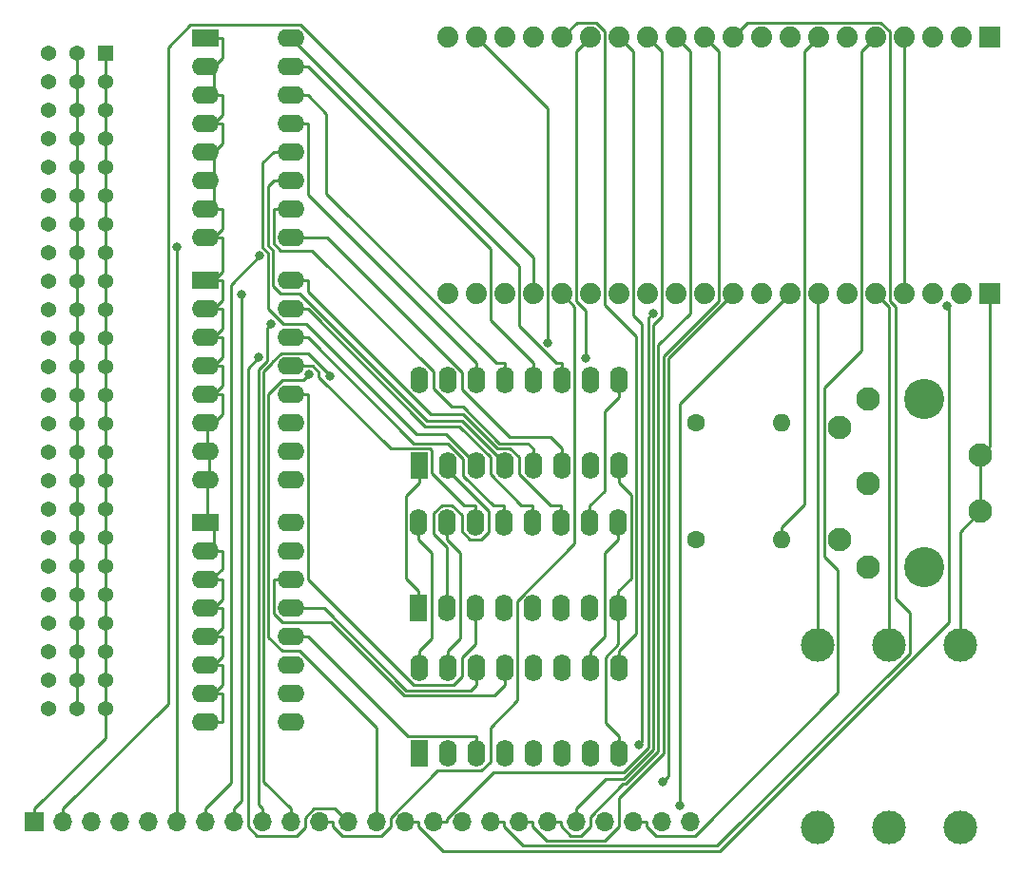
<source format=gbr>
%TF.GenerationSoftware,KiCad,Pcbnew,(6.0.10-0)*%
%TF.CreationDate,2023-11-17T22:41:49+01:00*%
%TF.ProjectId,JazzHands-v0.2,4a617a7a-4861-46e6-9473-2d76302e322e,rev?*%
%TF.SameCoordinates,Original*%
%TF.FileFunction,Copper,L2,Bot*%
%TF.FilePolarity,Positive*%
%FSLAX46Y46*%
G04 Gerber Fmt 4.6, Leading zero omitted, Abs format (unit mm)*
G04 Created by KiCad (PCBNEW (6.0.10-0)) date 2023-11-17 22:41:49*
%MOMM*%
%LPD*%
G01*
G04 APERTURE LIST*
%TA.AperFunction,ComponentPad*%
%ADD10R,1.370000X1.370000*%
%TD*%
%TA.AperFunction,ComponentPad*%
%ADD11C,1.370000*%
%TD*%
%TA.AperFunction,ComponentPad*%
%ADD12R,2.400000X1.600000*%
%TD*%
%TA.AperFunction,ComponentPad*%
%ADD13O,2.400000X1.600000*%
%TD*%
%TA.AperFunction,ComponentPad*%
%ADD14C,1.600000*%
%TD*%
%TA.AperFunction,ComponentPad*%
%ADD15O,1.600000X1.600000*%
%TD*%
%TA.AperFunction,ComponentPad*%
%ADD16C,3.000000*%
%TD*%
%TA.AperFunction,ComponentPad*%
%ADD17R,1.600000X2.400000*%
%TD*%
%TA.AperFunction,ComponentPad*%
%ADD18O,1.600000X2.400000*%
%TD*%
%TA.AperFunction,ComponentPad*%
%ADD19C,2.100000*%
%TD*%
%TA.AperFunction,ComponentPad*%
%ADD20C,3.585000*%
%TD*%
%TA.AperFunction,ComponentPad*%
%ADD21R,1.879600X1.879600*%
%TD*%
%TA.AperFunction,ComponentPad*%
%ADD22C,1.879600*%
%TD*%
%TA.AperFunction,ComponentPad*%
%ADD23R,1.700000X1.700000*%
%TD*%
%TA.AperFunction,ComponentPad*%
%ADD24O,1.700000X1.700000*%
%TD*%
%TA.AperFunction,ViaPad*%
%ADD25C,0.800000*%
%TD*%
%TA.AperFunction,Conductor*%
%ADD26C,0.250000*%
%TD*%
G04 APERTURE END LIST*
D10*
%TO.P,J1,01,01*%
%TO.N,Net-(B1-Pad5)*%
X148580000Y-53370000D03*
D11*
%TO.P,J1,02,02*%
%TO.N,Earth*%
X146040000Y-53370000D03*
%TO.P,J1,03,03*%
%TO.N,Net-(J1-Pad03)*%
X143500000Y-53370000D03*
%TO.P,J1,04,04*%
%TO.N,Net-(B1-Pad5)*%
X148580000Y-55910000D03*
%TO.P,J1,05,05*%
%TO.N,Earth*%
X146040000Y-55910000D03*
%TO.P,J1,06,06*%
%TO.N,Net-(J1-Pad06)*%
X143500000Y-55910000D03*
%TO.P,J1,07,07*%
%TO.N,Net-(B1-Pad5)*%
X148580000Y-58450000D03*
%TO.P,J1,08,08*%
%TO.N,Earth*%
X146040000Y-58450000D03*
%TO.P,J1,09,09*%
%TO.N,Net-(J1-Pad09)*%
X143500000Y-58450000D03*
%TO.P,J1,10,10*%
%TO.N,Net-(B1-Pad5)*%
X148580000Y-60990000D03*
%TO.P,J1,11,11*%
%TO.N,Earth*%
X146040000Y-60990000D03*
%TO.P,J1,12,12*%
%TO.N,Net-(J1-Pad12)*%
X143500000Y-60990000D03*
%TO.P,J1,13,13*%
%TO.N,Net-(B1-Pad5)*%
X148580000Y-63530000D03*
%TO.P,J1,14,14*%
%TO.N,Earth*%
X146040000Y-63530000D03*
%TO.P,J1,15,15*%
%TO.N,Net-(J1-Pad15)*%
X143500000Y-63530000D03*
%TO.P,J1,16,16*%
%TO.N,Net-(B1-Pad5)*%
X148580000Y-66070000D03*
%TO.P,J1,17,17*%
%TO.N,Earth*%
X146040000Y-66070000D03*
%TO.P,J1,18,18*%
%TO.N,Net-(J1-Pad18)*%
X143500000Y-66070000D03*
%TO.P,J1,19,19*%
%TO.N,Net-(B1-Pad5)*%
X148580000Y-68610000D03*
%TO.P,J1,20,20*%
%TO.N,Earth*%
X146040000Y-68610000D03*
%TO.P,J1,21,21*%
%TO.N,Net-(J1-Pad21)*%
X143500000Y-68610000D03*
%TO.P,J1,22,22*%
%TO.N,Net-(B1-Pad5)*%
X148580000Y-71150000D03*
%TO.P,J1,23,23*%
%TO.N,Earth*%
X146040000Y-71150000D03*
%TO.P,J1,24,24*%
%TO.N,Net-(J1-Pad24)*%
X143500000Y-71150000D03*
%TO.P,J1,25,25*%
%TO.N,Net-(B1-Pad5)*%
X148580000Y-73690000D03*
%TO.P,J1,26,26*%
%TO.N,Earth*%
X146040000Y-73690000D03*
%TO.P,J1,27,27*%
%TO.N,Net-(J1-Pad27)*%
X143500000Y-73690000D03*
%TO.P,J1,28,28*%
%TO.N,Net-(B1-Pad5)*%
X148580000Y-76230000D03*
%TO.P,J1,29,29*%
%TO.N,Earth*%
X146040000Y-76230000D03*
%TO.P,J1,30,30*%
%TO.N,Net-(J1-Pad30)*%
X143500000Y-76230000D03*
%TO.P,J1,31,31*%
%TO.N,Net-(B1-Pad5)*%
X148580000Y-78770000D03*
%TO.P,J1,32,32*%
%TO.N,Earth*%
X146040000Y-78770000D03*
%TO.P,J1,33,33*%
%TO.N,Net-(J1-Pad33)*%
X143500000Y-78770000D03*
%TO.P,J1,34,34*%
%TO.N,Net-(B1-Pad5)*%
X148580000Y-81310000D03*
%TO.P,J1,35,35*%
%TO.N,Earth*%
X146040000Y-81310000D03*
%TO.P,J1,36,36*%
%TO.N,Net-(J1-Pad36)*%
X143500000Y-81310000D03*
%TO.P,J1,37,37*%
%TO.N,Net-(B1-Pad5)*%
X148580000Y-83850000D03*
%TO.P,J1,38,38*%
%TO.N,Earth*%
X146040000Y-83850000D03*
%TO.P,J1,39,39*%
%TO.N,Net-(J1-Pad39)*%
X143500000Y-83850000D03*
%TO.P,J1,40,40*%
%TO.N,Net-(B1-Pad5)*%
X148580000Y-86390000D03*
%TO.P,J1,41,41*%
%TO.N,Earth*%
X146040000Y-86390000D03*
%TO.P,J1,42,42*%
%TO.N,Net-(J1-Pad42)*%
X143500000Y-86390000D03*
%TO.P,J1,43,43*%
%TO.N,Net-(B1-Pad5)*%
X148580000Y-88930000D03*
%TO.P,J1,44,44*%
%TO.N,Earth*%
X146040000Y-88930000D03*
%TO.P,J1,45,45*%
%TO.N,Net-(J1-Pad45)*%
X143500000Y-88930000D03*
%TO.P,J1,46,46*%
%TO.N,Net-(B1-Pad5)*%
X148580000Y-91470000D03*
%TO.P,J1,47,47*%
%TO.N,Earth*%
X146040000Y-91470000D03*
%TO.P,J1,48,48*%
%TO.N,Net-(J1-Pad48)*%
X143500000Y-91470000D03*
%TO.P,J1,49,49*%
%TO.N,Net-(B1-Pad5)*%
X148580000Y-94010000D03*
%TO.P,J1,50,50*%
%TO.N,Earth*%
X146040000Y-94010000D03*
%TO.P,J1,51,51*%
%TO.N,Net-(J1-Pad51)*%
X143500000Y-94010000D03*
%TO.P,J1,52,52*%
%TO.N,Net-(B1-Pad5)*%
X148580000Y-96550000D03*
%TO.P,J1,53,53*%
%TO.N,Earth*%
X146040000Y-96550000D03*
%TO.P,J1,54,54*%
%TO.N,Net-(J1-Pad54)*%
X143500000Y-96550000D03*
%TO.P,J1,55,55*%
%TO.N,Net-(B1-Pad5)*%
X148580000Y-99090000D03*
%TO.P,J1,56,56*%
%TO.N,Earth*%
X146040000Y-99090000D03*
%TO.P,J1,57,57*%
%TO.N,Net-(J1-Pad57)*%
X143500000Y-99090000D03*
%TO.P,J1,58,58*%
%TO.N,Net-(B1-Pad5)*%
X148580000Y-101630000D03*
%TO.P,J1,59,59*%
%TO.N,Earth*%
X146040000Y-101630000D03*
%TO.P,J1,60,60*%
%TO.N,Net-(J1-Pad60)*%
X143500000Y-101630000D03*
%TO.P,J1,61,61*%
%TO.N,Net-(B1-Pad5)*%
X148580000Y-104170000D03*
%TO.P,J1,62,62*%
%TO.N,Earth*%
X146040000Y-104170000D03*
%TO.P,J1,63,63*%
%TO.N,Net-(J1-Pad63)*%
X143500000Y-104170000D03*
%TO.P,J1,64,64*%
%TO.N,Net-(B1-Pad5)*%
X148580000Y-106710000D03*
%TO.P,J1,65,65*%
%TO.N,Earth*%
X146040000Y-106710000D03*
%TO.P,J1,66,66*%
%TO.N,Net-(J1-Pad66)*%
X143500000Y-106710000D03*
%TO.P,J1,67,67*%
%TO.N,Net-(B1-Pad5)*%
X148580000Y-109250000D03*
%TO.P,J1,68,68*%
%TO.N,Earth*%
X146040000Y-109250000D03*
%TO.P,J1,69,69*%
%TO.N,Net-(J1-Pad69)*%
X143500000Y-109250000D03*
%TO.P,J1,70,70*%
%TO.N,Net-(B1-Pad5)*%
X148580000Y-111790000D03*
%TO.P,J1,71,71*%
%TO.N,Earth*%
X146040000Y-111790000D03*
%TO.P,J1,72,72*%
%TO.N,Net-(J1-Pad72)*%
X143500000Y-111790000D03*
%TD*%
D12*
%TO.P,R1-8,1,Pin_1*%
%TO.N,Net-(B1-Pad5)*%
X157480000Y-52060000D03*
D13*
%TO.P,R1-8,2,Pin_2*%
X157480000Y-54600000D03*
%TO.P,R1-8,3,Pin_3*%
X157480000Y-57140000D03*
%TO.P,R1-8,4,Pin_4*%
X157480000Y-59680000D03*
%TO.P,R1-8,5,Pin_5*%
X157480000Y-62220000D03*
%TO.P,R1-8,6,Pin_6*%
X157480000Y-64760000D03*
%TO.P,R1-8,7,Pin_7*%
X157480000Y-67300000D03*
%TO.P,R1-8,8,Pin_8*%
X157480000Y-69840000D03*
%TO.P,R1-8,9,Pin_9*%
%TO.N,Net-(J1-Pad24)*%
X165100000Y-69840000D03*
%TO.P,R1-8,10,Pin_10*%
%TO.N,Net-(J1-Pad21)*%
X165100000Y-67300000D03*
%TO.P,R1-8,11,Pin_11*%
%TO.N,Net-(J1-Pad18)*%
X165100000Y-64760000D03*
%TO.P,R1-8,12,Pin_12*%
%TO.N,Net-(J1-Pad15)*%
X165100000Y-62220000D03*
%TO.P,R1-8,13,Pin_13*%
%TO.N,Net-(J1-Pad12)*%
X165100000Y-59680000D03*
%TO.P,R1-8,14,Pin_14*%
%TO.N,Net-(J1-Pad09)*%
X165100000Y-57140000D03*
%TO.P,R1-8,15,Pin_15*%
%TO.N,Net-(J1-Pad06)*%
X165100000Y-54600000D03*
%TO.P,R1-8,16,Pin_16*%
%TO.N,Net-(J1-Pad03)*%
X165100000Y-52060000D03*
%TD*%
D14*
%TO.P,R2,1*%
%TO.N,Net-(MIDI1-Pad5)*%
X201220000Y-96760000D03*
D15*
%TO.P,R2,2*%
%TO.N,Net-(B1-Pad34)*%
X208840000Y-96760000D03*
%TD*%
D14*
%TO.P,R1,1*%
%TO.N,Net-(MIDI1-Pad4)*%
X201220000Y-86360000D03*
D15*
%TO.P,R1,2*%
%TO.N,Net-(B1-Pad5)*%
X208840000Y-86360000D03*
%TD*%
D16*
%TO.P,PEDAL1,R*%
%TO.N,Net-(B1-Pad5)*%
X218355000Y-106185000D03*
%TO.P,PEDAL1,RN*%
%TO.N,N/C*%
X218355000Y-122415000D03*
%TO.P,PEDAL1,S*%
%TO.N,Earth*%
X224705000Y-106185000D03*
%TO.P,PEDAL1,SN*%
%TO.N,N/C*%
X224705000Y-122415000D03*
%TO.P,PEDAL1,T*%
%TO.N,Net-(PEDAL1-PadT)*%
X212005000Y-106185000D03*
%TO.P,PEDAL1,TN*%
%TO.N,N/C*%
X212005000Y-122415000D03*
%TD*%
D17*
%TO.P,SHIFT2,1,Pin_1*%
%TO.N,Net-(B1-Pad22)*%
X176480000Y-102860000D03*
D18*
%TO.P,SHIFT2,2,Pin_2*%
%TO.N,Net-(B1-Pad26)*%
X179020000Y-102860000D03*
%TO.P,SHIFT2,3,Pin_3*%
%TO.N,Net-(J1-Pad39)*%
X181560000Y-102860000D03*
%TO.P,SHIFT2,4,Pin_4*%
%TO.N,Net-(J1-Pad42)*%
X184100000Y-102860000D03*
%TO.P,SHIFT2,5,Pin_5*%
%TO.N,Net-(J1-Pad45)*%
X186640000Y-102860000D03*
%TO.P,SHIFT2,6,Pin_6*%
%TO.N,Net-(J1-Pad48)*%
X189180000Y-102860000D03*
%TO.P,SHIFT2,7,Pin_7*%
%TO.N,unconnected-(SHIFT2-Pad7)*%
X191720000Y-102860000D03*
%TO.P,SHIFT2,8,Pin_8*%
%TO.N,Earth*%
X194260000Y-102860000D03*
%TO.P,SHIFT2,9,Pin_9*%
%TO.N,Net-(SHIFT1-Pad10)*%
X194260000Y-95240000D03*
%TO.P,SHIFT2,10,Pin_10*%
%TO.N,Net-(SHIFT2-Pad10)*%
X191720000Y-95240000D03*
%TO.P,SHIFT2,11,Pin_11*%
%TO.N,Net-(J1-Pad27)*%
X189180000Y-95240000D03*
%TO.P,SHIFT2,12,Pin_12*%
%TO.N,Net-(J1-Pad30)*%
X186640000Y-95240000D03*
%TO.P,SHIFT2,13,Pin_13*%
%TO.N,Net-(J1-Pad33)*%
X184100000Y-95240000D03*
%TO.P,SHIFT2,14,Pin_14*%
%TO.N,Net-(J1-Pad36)*%
X181560000Y-95240000D03*
%TO.P,SHIFT2,15,Pin_15*%
%TO.N,Earth*%
X179020000Y-95240000D03*
%TO.P,SHIFT2,16,Pin_16*%
%TO.N,Net-(B1-Pad5)*%
X176480000Y-95240000D03*
%TD*%
D19*
%TO.P,MIDI1,1,1*%
%TO.N,unconnected-(MIDI1-Pad1)*%
X216500000Y-84237500D03*
%TO.P,MIDI1,2,2*%
%TO.N,unconnected-(MIDI1-Pad2)*%
X216500000Y-91742500D03*
%TO.P,MIDI1,3,3*%
%TO.N,unconnected-(MIDI1-Pad3)*%
X216500000Y-99247500D03*
%TO.P,MIDI1,4,4*%
%TO.N,Net-(MIDI1-Pad4)*%
X214010000Y-86737500D03*
%TO.P,MIDI1,5,5*%
%TO.N,Net-(MIDI1-Pad5)*%
X214010000Y-96747500D03*
%TO.P,MIDI1,6,GND_1*%
%TO.N,Earth*%
X226510000Y-89242500D03*
%TO.P,MIDI1,7,GND_2*%
X226510000Y-94242500D03*
D20*
%TO.P,MIDI1,MH1,MH1*%
%TO.N,unconnected-(MIDI1-PadMH1)*%
X221510000Y-84237500D03*
%TO.P,MIDI1,MH2,MH2*%
%TO.N,unconnected-(MIDI1-PadMH2)*%
X221510000Y-99247500D03*
%TD*%
D17*
%TO.P,SHIFT3,1,Pin_1*%
%TO.N,Net-(B1-Pad22)*%
X176520000Y-90160000D03*
D18*
%TO.P,SHIFT3,2,Pin_2*%
%TO.N,Net-(B1-Pad26)*%
X179060000Y-90160000D03*
%TO.P,SHIFT3,3,Pin_3*%
%TO.N,Net-(J1-Pad15)*%
X181600000Y-90160000D03*
%TO.P,SHIFT3,4,Pin_4*%
%TO.N,Net-(J1-Pad18)*%
X184140000Y-90160000D03*
%TO.P,SHIFT3,5,Pin_5*%
%TO.N,Net-(J1-Pad21)*%
X186680000Y-90160000D03*
%TO.P,SHIFT3,6,Pin_6*%
%TO.N,Net-(J1-Pad24)*%
X189220000Y-90160000D03*
%TO.P,SHIFT3,7,Pin_7*%
%TO.N,unconnected-(SHIFT3-Pad7)*%
X191760000Y-90160000D03*
%TO.P,SHIFT3,8,Pin_8*%
%TO.N,Earth*%
X194300000Y-90160000D03*
%TO.P,SHIFT3,9,Pin_9*%
%TO.N,Net-(SHIFT2-Pad10)*%
X194300000Y-82540000D03*
%TO.P,SHIFT3,10,Pin_10*%
%TO.N,unconnected-(SHIFT3-Pad10)*%
X191760000Y-82540000D03*
%TO.P,SHIFT3,11,Pin_11*%
%TO.N,Net-(J1-Pad03)*%
X189220000Y-82540000D03*
%TO.P,SHIFT3,12,Pin_12*%
%TO.N,Net-(J1-Pad06)*%
X186680000Y-82540000D03*
%TO.P,SHIFT3,13,Pin_13*%
%TO.N,Net-(J1-Pad09)*%
X184140000Y-82540000D03*
%TO.P,SHIFT3,14,Pin_14*%
%TO.N,Net-(J1-Pad12)*%
X181600000Y-82540000D03*
%TO.P,SHIFT3,15,Pin_15*%
%TO.N,Earth*%
X179060000Y-82540000D03*
%TO.P,SHIFT3,16,Pin_16*%
%TO.N,Net-(B1-Pad5)*%
X176520000Y-82540000D03*
%TD*%
D12*
%TO.P,R17-24,1,Pin_1*%
%TO.N,Net-(B1-Pad5)*%
X157480000Y-95240000D03*
D13*
%TO.P,R17-24,2,Pin_2*%
X157480000Y-97780000D03*
%TO.P,R17-24,3,Pin_3*%
X157480000Y-100320000D03*
%TO.P,R17-24,4,Pin_4*%
X157480000Y-102860000D03*
%TO.P,R17-24,5,Pin_5*%
X157480000Y-105400000D03*
%TO.P,R17-24,6,Pin_6*%
X157480000Y-107940000D03*
%TO.P,R17-24,7,Pin_7*%
X157480000Y-110480000D03*
%TO.P,R17-24,8,Pin_8*%
X157480000Y-113020000D03*
%TO.P,R17-24,9,Pin_9*%
%TO.N,Net-(J1-Pad72)*%
X165100000Y-113020000D03*
%TO.P,R17-24,10,Pin_10*%
%TO.N,Net-(J1-Pad69)*%
X165100000Y-110480000D03*
%TO.P,R17-24,11,Pin_11*%
%TO.N,Net-(J1-Pad66)*%
X165100000Y-107940000D03*
%TO.P,R17-24,12,Pin_12*%
%TO.N,Net-(J1-Pad63)*%
X165100000Y-105400000D03*
%TO.P,R17-24,13,Pin_13*%
%TO.N,Net-(J1-Pad60)*%
X165100000Y-102860000D03*
%TO.P,R17-24,14,Pin_14*%
%TO.N,Net-(J1-Pad57)*%
X165100000Y-100320000D03*
%TO.P,R17-24,15,Pin_15*%
%TO.N,Net-(J1-Pad54)*%
X165100000Y-97780000D03*
%TO.P,R17-24,16,Pin_16*%
%TO.N,Net-(J1-Pad51)*%
X165100000Y-95240000D03*
%TD*%
D17*
%TO.P,SHIFT1,1,Pin_1*%
%TO.N,Net-(B1-Pad22)*%
X176520000Y-115840000D03*
D18*
%TO.P,SHIFT1,2,Pin_2*%
%TO.N,Net-(B1-Pad26)*%
X179060000Y-115840000D03*
%TO.P,SHIFT1,3,Pin_3*%
%TO.N,Net-(J1-Pad63)*%
X181600000Y-115840000D03*
%TO.P,SHIFT1,4,Pin_4*%
%TO.N,Net-(J1-Pad66)*%
X184140000Y-115840000D03*
%TO.P,SHIFT1,5,Pin_5*%
%TO.N,Net-(J1-Pad69)*%
X186680000Y-115840000D03*
%TO.P,SHIFT1,6,Pin_6*%
%TO.N,Net-(J1-Pad72)*%
X189220000Y-115840000D03*
%TO.P,SHIFT1,7,Pin_7*%
%TO.N,unconnected-(SHIFT1-Pad7)*%
X191760000Y-115840000D03*
%TO.P,SHIFT1,8,Pin_8*%
%TO.N,Earth*%
X194300000Y-115840000D03*
%TO.P,SHIFT1,9,Pin_9*%
%TO.N,Net-(B1-Pad25)*%
X194300000Y-108220000D03*
%TO.P,SHIFT1,10,Pin_10*%
%TO.N,Net-(SHIFT1-Pad10)*%
X191760000Y-108220000D03*
%TO.P,SHIFT1,11,Pin_11*%
%TO.N,Net-(J1-Pad51)*%
X189220000Y-108220000D03*
%TO.P,SHIFT1,12,Pin_12*%
%TO.N,Net-(J1-Pad54)*%
X186680000Y-108220000D03*
%TO.P,SHIFT1,13,Pin_13*%
%TO.N,Net-(J1-Pad57)*%
X184140000Y-108220000D03*
%TO.P,SHIFT1,14,Pin_14*%
%TO.N,Net-(J1-Pad60)*%
X181600000Y-108220000D03*
%TO.P,SHIFT1,15,Pin_15*%
%TO.N,Earth*%
X179060000Y-108220000D03*
%TO.P,SHIFT1,16,Pin_16*%
%TO.N,Net-(B1-Pad5)*%
X176520000Y-108220000D03*
%TD*%
D21*
%TO.P,B1,1,GND*%
%TO.N,Earth*%
X227330000Y-74855800D03*
D22*
%TO.P,B1,2,VUSB*%
%TO.N,unconnected-(B1-Pad2)*%
X224790000Y-74855800D03*
%TO.P,B1,3,VBAT*%
%TO.N,unconnected-(B1-Pad3)*%
X222250000Y-74855800D03*
%TO.P,B1,4,GND*%
%TO.N,Earth*%
X219710000Y-74855800D03*
%TO.P,B1,5,3V3*%
%TO.N,Net-(B1-Pad5)*%
X217170000Y-74855800D03*
%TO.P,B1,6,~{RST}*%
%TO.N,unconnected-(B1-Pad6)*%
X214630000Y-74855800D03*
%TO.P,B1,7,13*%
%TO.N,Net-(PEDAL1-PadT)*%
X212090000Y-74855800D03*
%TO.P,B1,8,12*%
%TO.N,Net-(B1-Pad8)*%
X209550000Y-74855800D03*
%TO.P,B1,9,14*%
%TO.N,Net-(B1-Pad9)*%
X207010000Y-74855800D03*
%TO.P,B1,10,27*%
%TO.N,Net-(B1-Pad10)*%
X204470000Y-74855800D03*
%TO.P,B1,11,26*%
%TO.N,Net-(B1-Pad11)*%
X201930000Y-74855800D03*
%TO.P,B1,12,25*%
%TO.N,Net-(B1-Pad12)*%
X199390000Y-74855800D03*
%TO.P,B1,13,35*%
%TO.N,Net-(B1-Pad13)*%
X196850000Y-74855800D03*
%TO.P,B1,14,34*%
%TO.N,Net-(B1-Pad14)*%
X194310000Y-74855800D03*
%TO.P,B1,15,33*%
%TO.N,Net-(B1-Pad15)*%
X191770000Y-74855800D03*
%TO.P,B1,16,32*%
%TO.N,Net-(B1-Pad16)*%
X189230000Y-74855800D03*
%TO.P,B1,17,39*%
%TO.N,Net-(B1-Pad17)*%
X186690000Y-74855800D03*
%TO.P,B1,18,38*%
%TO.N,unconnected-(B1-Pad18)*%
X184150000Y-74855800D03*
%TO.P,B1,19,37*%
%TO.N,Net-(B1-Pad19)*%
X181610000Y-74855800D03*
%TO.P,B1,20,36*%
%TO.N,Net-(B1-Pad20)*%
X179070000Y-74855800D03*
%TO.P,B1,21,GND*%
%TO.N,Earth*%
X179070000Y-51995800D03*
%TO.P,B1,22,21*%
%TO.N,Net-(B1-Pad22)*%
X181610000Y-51995800D03*
%TO.P,B1,23,TX*%
%TO.N,unconnected-(B1-Pad23)*%
X184150000Y-51995800D03*
%TO.P,B1,24,RX*%
%TO.N,unconnected-(B1-Pad24)*%
X186690000Y-51995800D03*
%TO.P,B1,25,22*%
%TO.N,Net-(B1-Pad25)*%
X189230000Y-51995800D03*
%TO.P,B1,26,19*%
%TO.N,Net-(B1-Pad26)*%
X191770000Y-51995800D03*
%TO.P,B1,27,23*%
%TO.N,Net-(B1-Pad27)*%
X194310000Y-51995800D03*
%TO.P,B1,28,18*%
%TO.N,Net-(B1-Pad28)*%
X196850000Y-51995800D03*
%TO.P,B1,29,5*%
%TO.N,Net-(B1-Pad29)*%
X199390000Y-51995800D03*
%TO.P,B1,30,15*%
%TO.N,Net-(B1-Pad30)*%
X201930000Y-51995800D03*
%TO.P,B1,31,2*%
%TO.N,Net-(B1-Pad31)*%
X204470000Y-51995800D03*
%TO.P,B1,32,0*%
%TO.N,Net-(B1-Pad32)*%
X207010000Y-51995800D03*
%TO.P,B1,33,4*%
%TO.N,Net-(B1-Pad33)*%
X209550000Y-51995800D03*
%TO.P,B1,34,17*%
%TO.N,Net-(B1-Pad34)*%
X212090000Y-51995800D03*
%TO.P,B1,35,16*%
%TO.N,Net-(B1-Pad35)*%
X214630000Y-51995800D03*
%TO.P,B1,36,3V3*%
%TO.N,Net-(B1-Pad36)*%
X217170000Y-51995800D03*
%TO.P,B1,37,GND*%
%TO.N,Earth*%
X219710000Y-51995800D03*
%TO.P,B1,38,VBAT*%
%TO.N,unconnected-(B1-Pad38)*%
X222250000Y-51995800D03*
%TO.P,B1,39,VUSB*%
%TO.N,unconnected-(B1-Pad39)*%
X224790000Y-51995800D03*
D21*
%TO.P,B1,40,GND*%
%TO.N,Earth*%
X227330000Y-51995800D03*
%TD*%
D23*
%TO.P,BREAKOUT1,1,Pin_1*%
%TO.N,Net-(B1-Pad5)*%
X142240000Y-121920000D03*
D24*
%TO.P,BREAKOUT1,2,Pin_2*%
%TO.N,Net-(B1-Pad17)*%
X144780000Y-121920000D03*
%TO.P,BREAKOUT1,3,Pin_3*%
%TO.N,Net-(B1-Pad8)*%
X147320000Y-121920000D03*
%TO.P,BREAKOUT1,4,Pin_4*%
%TO.N,Net-(B1-Pad9)*%
X149860000Y-121920000D03*
%TO.P,BREAKOUT1,5,Pin_5*%
%TO.N,Net-(B1-Pad10)*%
X152400000Y-121920000D03*
%TO.P,BREAKOUT1,6,Pin_6*%
%TO.N,Net-(B1-Pad11)*%
X154940000Y-121920000D03*
%TO.P,BREAKOUT1,7,Pin_7*%
%TO.N,Net-(B1-Pad12)*%
X157480000Y-121920000D03*
%TO.P,BREAKOUT1,8,Pin_8*%
%TO.N,Net-(B1-Pad13)*%
X160020000Y-121920000D03*
%TO.P,BREAKOUT1,9,Pin_9*%
%TO.N,Net-(B1-Pad14)*%
X162560000Y-121920000D03*
%TO.P,BREAKOUT1,10,Pin_10*%
%TO.N,Net-(B1-Pad15)*%
X165100000Y-121920000D03*
%TO.P,BREAKOUT1,11,Pin_11*%
%TO.N,Net-(B1-Pad16)*%
X167640000Y-121920000D03*
%TO.P,BREAKOUT1,12,Pin_12*%
%TO.N,Net-(B1-Pad19)*%
X170180000Y-121920000D03*
%TO.P,BREAKOUT1,13,Pin_13*%
%TO.N,Net-(B1-Pad20)*%
X172720000Y-121920000D03*
%TO.P,BREAKOUT1,14,Pin_14*%
%TO.N,Net-(B1-Pad35)*%
X175260000Y-121920000D03*
%TO.P,BREAKOUT1,15,Pin_15*%
%TO.N,Net-(B1-Pad33)*%
X177800000Y-121920000D03*
%TO.P,BREAKOUT1,16,Pin_16*%
%TO.N,Net-(B1-Pad32)*%
X180340000Y-121920000D03*
%TO.P,BREAKOUT1,17,Pin_17*%
%TO.N,Net-(B1-Pad31)*%
X182880000Y-121920000D03*
%TO.P,BREAKOUT1,18,Pin_18*%
%TO.N,Net-(B1-Pad30)*%
X185420000Y-121920000D03*
%TO.P,BREAKOUT1,19,Pin_19*%
%TO.N,Net-(B1-Pad29)*%
X187960000Y-121920000D03*
%TO.P,BREAKOUT1,20,Pin_20*%
%TO.N,Net-(B1-Pad28)*%
X190500000Y-121920000D03*
%TO.P,BREAKOUT1,21,Pin_21*%
%TO.N,Net-(B1-Pad27)*%
X193040000Y-121920000D03*
%TO.P,BREAKOUT1,22,Pin_22*%
%TO.N,Net-(B1-Pad36)*%
X195580000Y-121920000D03*
%TO.P,BREAKOUT1,23,Pin_23*%
%TO.N,Earth*%
X198120000Y-121920000D03*
%TO.P,BREAKOUT1,24,Pin_24*%
X200660000Y-121920000D03*
%TD*%
D12*
%TO.P,R9-16,1,Pin_1*%
%TO.N,Net-(B1-Pad5)*%
X157480000Y-73660000D03*
D13*
%TO.P,R9-16,2,Pin_2*%
X157480000Y-76200000D03*
%TO.P,R9-16,3,Pin_3*%
X157480000Y-78740000D03*
%TO.P,R9-16,4,Pin_4*%
X157480000Y-81280000D03*
%TO.P,R9-16,5,Pin_5*%
X157480000Y-83820000D03*
%TO.P,R9-16,6,Pin_6*%
X157480000Y-86360000D03*
%TO.P,R9-16,7,Pin_7*%
X157480000Y-88900000D03*
%TO.P,R9-16,8,Pin_8*%
X157480000Y-91440000D03*
%TO.P,R9-16,9,Pin_9*%
%TO.N,Net-(J1-Pad48)*%
X165100000Y-91440000D03*
%TO.P,R9-16,10,Pin_10*%
%TO.N,Net-(J1-Pad45)*%
X165100000Y-88900000D03*
%TO.P,R9-16,11,Pin_11*%
%TO.N,Net-(J1-Pad42)*%
X165100000Y-86360000D03*
%TO.P,R9-16,12,Pin_12*%
%TO.N,Net-(J1-Pad39)*%
X165100000Y-83820000D03*
%TO.P,R9-16,13,Pin_13*%
%TO.N,Net-(J1-Pad36)*%
X165100000Y-81280000D03*
%TO.P,R9-16,14,Pin_14*%
%TO.N,Net-(J1-Pad33)*%
X165100000Y-78740000D03*
%TO.P,R9-16,15,Pin_15*%
%TO.N,Net-(J1-Pad30)*%
X165100000Y-76200000D03*
%TO.P,R9-16,16,Pin_16*%
%TO.N,Net-(J1-Pad27)*%
X165100000Y-73660000D03*
%TD*%
D25*
%TO.N,Net-(B1-Pad8)*%
X199755800Y-120443900D03*
%TO.N,Net-(B1-Pad10)*%
X198242100Y-118356800D03*
%TO.N,Net-(B1-Pad11)*%
X154940000Y-70669500D03*
%TO.N,Net-(B1-Pad12)*%
X162349900Y-71471800D03*
%TO.N,Net-(B1-Pad13)*%
X160693100Y-74930000D03*
%TO.N,Net-(B1-Pad14)*%
X163362500Y-77564900D03*
%TO.N,Net-(B1-Pad15)*%
X168632000Y-82222800D03*
%TO.N,Net-(B1-Pad19)*%
X162264500Y-80528700D03*
%TO.N,Net-(B1-Pad20)*%
X166759300Y-82043600D03*
%TO.N,Net-(B1-Pad27)*%
X196105700Y-115062800D03*
%TO.N,Net-(B1-Pad33)*%
X197359700Y-76558000D03*
%TO.N,Net-(B1-Pad22)*%
X187959900Y-79226300D03*
%TO.N,Net-(B1-Pad35)*%
X223520100Y-75892300D03*
%TO.N,Net-(B1-Pad26)*%
X191353000Y-80538000D03*
%TD*%
D26*
%TO.N,Earth*%
X146040000Y-94010000D02*
X146040000Y-91470000D01*
X146040000Y-111790000D02*
X146040000Y-109250000D01*
X146040000Y-55910000D02*
X146040000Y-53370000D01*
X194300000Y-90160000D02*
X194300000Y-91685100D01*
X146040000Y-78770000D02*
X146040000Y-76230000D01*
X146040000Y-99090000D02*
X146040000Y-96550000D01*
X146040000Y-86390000D02*
X146040000Y-83850000D01*
X226510000Y-94242500D02*
X224705000Y-96047500D01*
X194300000Y-115840000D02*
X194300000Y-114314900D01*
X146040000Y-71150000D02*
X146040000Y-68610000D01*
X227330000Y-74855800D02*
X227330000Y-88422500D01*
X146040000Y-91470000D02*
X146040000Y-88930000D01*
X146040000Y-101630000D02*
X146040000Y-99090000D01*
X146040000Y-104170000D02*
X146040000Y-101630000D01*
X146040000Y-68610000D02*
X146040000Y-66070000D01*
X193115100Y-113130000D02*
X193115100Y-107243100D01*
X194260000Y-106098200D02*
X194260000Y-102860000D01*
X146040000Y-81310000D02*
X146040000Y-78770000D01*
X194300000Y-114314900D02*
X193115100Y-113130000D01*
X219710000Y-51995800D02*
X219710000Y-74855800D01*
X146040000Y-76230000D02*
X146040000Y-73690000D01*
X224705000Y-96047500D02*
X224705000Y-106185000D01*
X226510000Y-94242500D02*
X226510000Y-89242500D01*
X146040000Y-106710000D02*
X146040000Y-104170000D01*
X146040000Y-58450000D02*
X146040000Y-55910000D01*
X179060000Y-106694900D02*
X180177400Y-105577500D01*
X146040000Y-109250000D02*
X146040000Y-106710000D01*
X194260000Y-102860000D02*
X194260000Y-101334900D01*
X180177400Y-105577500D02*
X180177400Y-97922500D01*
X179060000Y-108220000D02*
X179060000Y-106694900D01*
X146040000Y-88930000D02*
X146040000Y-86390000D01*
X146040000Y-63530000D02*
X146040000Y-60990000D01*
X146040000Y-96550000D02*
X146040000Y-94010000D01*
X180177400Y-97922500D02*
X179020000Y-96765100D01*
X146040000Y-60990000D02*
X146040000Y-58450000D01*
X194300000Y-91685100D02*
X195412500Y-92797600D01*
X146040000Y-83850000D02*
X146040000Y-81310000D01*
X193115100Y-107243100D02*
X194260000Y-106098200D01*
X195412500Y-100182400D02*
X194260000Y-101334900D01*
X146040000Y-66070000D02*
X146040000Y-63530000D01*
X179020000Y-95240000D02*
X179020000Y-96765100D01*
X146040000Y-73690000D02*
X146040000Y-71150000D01*
X195412500Y-92797600D02*
X195412500Y-100182400D01*
X227330000Y-88422500D02*
X226510000Y-89242500D01*
%TO.N,Net-(B1-Pad5)*%
X157480000Y-95240000D02*
X157670700Y-95240000D01*
X157480000Y-83820000D02*
X158242600Y-83820000D01*
X157480000Y-107940000D02*
X158242600Y-107940000D01*
X158242600Y-81280000D02*
X159005100Y-81280000D01*
X148580000Y-91470000D02*
X148580000Y-88930000D01*
X176520000Y-108220000D02*
X176520000Y-106694900D01*
X148580000Y-66070000D02*
X148580000Y-63530000D01*
X157480000Y-64760000D02*
X158242600Y-64760000D01*
X159005100Y-109717500D02*
X159005100Y-107940000D01*
X148580000Y-109250000D02*
X148580000Y-106710000D01*
X148580000Y-83850000D02*
X148580000Y-81310000D01*
X217170000Y-74855800D02*
X218355000Y-76040800D01*
X176480000Y-95240000D02*
X176480000Y-96765100D01*
X158242600Y-107940000D02*
X159005100Y-107940000D01*
X177631100Y-105583800D02*
X177631100Y-97916200D01*
X159005100Y-72897500D02*
X158242600Y-73660000D01*
X159005100Y-77977500D02*
X159005100Y-76200000D01*
X157480000Y-81280000D02*
X158242600Y-81280000D01*
X157670700Y-88900000D02*
X157861300Y-88900000D01*
X148580000Y-111790000D02*
X148580000Y-109250000D01*
X159005100Y-102097500D02*
X159005100Y-100320000D01*
X177631100Y-97916200D02*
X176480000Y-96765100D01*
X157480000Y-59680000D02*
X158242600Y-59680000D01*
X218355000Y-76040800D02*
X218355000Y-106185000D01*
X148580000Y-55910000D02*
X148580000Y-53370000D01*
X158242600Y-78740000D02*
X159005100Y-77977500D01*
X157480000Y-100320000D02*
X158050100Y-100320000D01*
X159005100Y-69077500D02*
X159005100Y-67300000D01*
X157480000Y-76200000D02*
X158242600Y-76200000D01*
X158242600Y-105400000D02*
X159005100Y-104637500D01*
X159005100Y-80517500D02*
X159005100Y-78740000D01*
X158242600Y-81280000D02*
X159005100Y-80517500D01*
X158242600Y-107940000D02*
X159005100Y-107177500D01*
X148580000Y-68610000D02*
X148580000Y-66070000D01*
X158242600Y-83820000D02*
X159005100Y-83057500D01*
X142240000Y-121920000D02*
X142240000Y-120744900D01*
X158242600Y-83820000D02*
X159005100Y-83820000D01*
X157480000Y-57140000D02*
X158242600Y-57140000D01*
X148580000Y-88930000D02*
X148580000Y-86390000D01*
X158242600Y-69840000D02*
X159005100Y-69077500D01*
X148580000Y-94010000D02*
X148580000Y-91470000D01*
X159005100Y-99365000D02*
X159005100Y-97780000D01*
X158242600Y-97780000D02*
X158242600Y-95240000D01*
X159005100Y-85597500D02*
X159005100Y-83820000D01*
X158242600Y-102860000D02*
X159005100Y-102097500D01*
X157480000Y-73660000D02*
X158242600Y-73660000D01*
X157480000Y-62220000D02*
X158242600Y-62220000D01*
X148580000Y-104170000D02*
X148580000Y-101630000D01*
X157480000Y-105400000D02*
X158242600Y-105400000D01*
X158242600Y-64760000D02*
X158242600Y-62220000D01*
X158242600Y-59680000D02*
X159005100Y-58917500D01*
X158242600Y-110480000D02*
X159005100Y-110480000D01*
X148580000Y-60990000D02*
X148580000Y-58450000D01*
X157670700Y-91440000D02*
X157670700Y-95240000D01*
X159005100Y-104637500D02*
X159005100Y-102860000D01*
X158050100Y-100320000D02*
X159005100Y-99365000D01*
X157480000Y-78740000D02*
X158242600Y-78740000D01*
X158242600Y-78740000D02*
X159005100Y-78740000D01*
X159005100Y-69840000D02*
X159005100Y-72897500D01*
X158242600Y-86360000D02*
X159005100Y-85597500D01*
X158242600Y-105400000D02*
X159005100Y-105400000D01*
X158242600Y-76200000D02*
X159005100Y-75437500D01*
X176520000Y-106694900D02*
X177631100Y-105583800D01*
X148580000Y-78770000D02*
X148580000Y-76230000D01*
X157480000Y-67300000D02*
X158242600Y-67300000D01*
X157861300Y-91440000D02*
X157861300Y-88900000D01*
X157480000Y-69840000D02*
X158242600Y-69840000D01*
X158242600Y-110480000D02*
X159005100Y-109717500D01*
X159005100Y-53837500D02*
X159005100Y-52060000D01*
X148580000Y-101630000D02*
X148580000Y-99090000D01*
X148580000Y-63530000D02*
X148580000Y-60990000D01*
X157480000Y-91440000D02*
X157670700Y-91440000D01*
X148580000Y-81310000D02*
X148580000Y-78770000D01*
X158242600Y-69840000D02*
X159005100Y-69840000D01*
X148580000Y-114404900D02*
X142240000Y-120744900D01*
X157480000Y-110480000D02*
X158242600Y-110480000D01*
X157480000Y-86360000D02*
X157670700Y-86360000D01*
X158242600Y-57140000D02*
X159005100Y-57140000D01*
X157670700Y-86360000D02*
X158242600Y-86360000D01*
X148580000Y-99090000D02*
X148580000Y-96550000D01*
X157670700Y-95240000D02*
X158242600Y-95240000D01*
X158242600Y-67300000D02*
X159005100Y-67300000D01*
X148580000Y-73690000D02*
X148580000Y-71150000D01*
X159005100Y-58917500D02*
X159005100Y-57140000D01*
X148580000Y-71150000D02*
X148580000Y-68610000D01*
X158050100Y-100320000D02*
X159005100Y-100320000D01*
X158242600Y-57140000D02*
X158242600Y-54600000D01*
X158242600Y-102860000D02*
X159005100Y-102860000D01*
X148580000Y-86390000D02*
X148580000Y-83850000D01*
X148580000Y-96550000D02*
X148580000Y-94010000D01*
X157670700Y-88900000D02*
X157670700Y-86360000D01*
X159005100Y-107177500D02*
X159005100Y-105400000D01*
X157480000Y-97780000D02*
X158242600Y-97780000D01*
X159005100Y-75437500D02*
X159005100Y-73660000D01*
X148580000Y-111790000D02*
X148580000Y-114404900D01*
X157480000Y-113020000D02*
X159005100Y-113020000D01*
X158242600Y-59680000D02*
X159005100Y-59680000D01*
X159005100Y-113020000D02*
X159005100Y-110480000D01*
X159005100Y-61457500D02*
X159005100Y-59680000D01*
X158242600Y-76200000D02*
X159005100Y-76200000D01*
X157670700Y-91440000D02*
X157861300Y-91440000D01*
X157480000Y-102860000D02*
X158242600Y-102860000D01*
X158242600Y-97780000D02*
X159005100Y-97780000D01*
X158242600Y-73660000D02*
X159005100Y-73660000D01*
X158242600Y-62220000D02*
X159005100Y-61457500D01*
X157480000Y-88900000D02*
X157670700Y-88900000D01*
X158242600Y-54600000D02*
X159005100Y-53837500D01*
X158242600Y-67300000D02*
X158242600Y-64760000D01*
X159005100Y-83057500D02*
X159005100Y-81280000D01*
X148580000Y-76230000D02*
X148580000Y-73690000D01*
X157480000Y-52060000D02*
X159005100Y-52060000D01*
X157480000Y-54600000D02*
X158242600Y-54600000D01*
X148580000Y-106710000D02*
X148580000Y-104170000D01*
X148580000Y-58450000D02*
X148580000Y-55910000D01*
%TO.N,Net-(J1-Pad03)*%
X185420000Y-72380000D02*
X165100000Y-52060000D01*
X189220000Y-81014900D02*
X188719600Y-81014900D01*
X185420000Y-77715300D02*
X185420000Y-72380000D01*
X189220000Y-82540000D02*
X189220000Y-81014900D01*
X188719600Y-81014900D02*
X185420000Y-77715300D01*
%TO.N,Net-(B1-Pad8)*%
X199755800Y-84650000D02*
X199755800Y-120443900D01*
X209550000Y-74855800D02*
X199755800Y-84650000D01*
%TO.N,Net-(B1-Pad10)*%
X198745200Y-117853700D02*
X198745200Y-80580600D01*
X198242100Y-118356800D02*
X198745200Y-117853700D01*
X198745200Y-80580600D02*
X204470000Y-74855800D01*
%TO.N,Net-(B1-Pad11)*%
X154940000Y-121920000D02*
X154940000Y-70669500D01*
%TO.N,Net-(B1-Pad12)*%
X162349900Y-71471800D02*
X159792900Y-74028800D01*
X157480000Y-121920000D02*
X157480000Y-120744900D01*
X159792900Y-118432000D02*
X157480000Y-120744900D01*
X159792900Y-74028800D02*
X159792900Y-118432000D01*
%TO.N,Net-(B1-Pad13)*%
X160020000Y-120744900D02*
X160693100Y-120071800D01*
X160693100Y-120071800D02*
X160693100Y-74930000D01*
X160020000Y-121920000D02*
X160020000Y-120744900D01*
%TO.N,Net-(B1-Pad14)*%
X162217000Y-120401900D02*
X162560000Y-120744900D01*
X162989600Y-77937800D02*
X162989600Y-80829100D01*
X162560000Y-121920000D02*
X162560000Y-120744900D01*
X163362500Y-77564900D02*
X162989600Y-77937800D01*
X162989600Y-80829100D02*
X162217000Y-81601700D01*
X162217000Y-81601700D02*
X162217000Y-120401900D01*
%TO.N,Net-(B1-Pad15)*%
X163439700Y-81015600D02*
X163439700Y-80933500D01*
X164245400Y-80127800D02*
X166616600Y-80127800D01*
X166616600Y-80127800D02*
X168632000Y-82143200D01*
X163439700Y-80933500D02*
X164245400Y-80127800D01*
X162667100Y-81788200D02*
X163439700Y-81015600D01*
X165100000Y-120744900D02*
X162667100Y-118312000D01*
X165100000Y-121920000D02*
X165100000Y-120744900D01*
X168632000Y-82143200D02*
X168632000Y-82222800D01*
X162667100Y-118312000D02*
X162667100Y-81788200D01*
%TO.N,Net-(B1-Pad16)*%
X182870000Y-116568800D02*
X182870000Y-113487900D01*
X173194900Y-123127800D02*
X173990000Y-122332700D01*
X190387400Y-76013200D02*
X189230000Y-74855800D01*
X178147500Y-117365100D02*
X182073700Y-117365100D01*
X168815100Y-122287200D02*
X169655700Y-123127800D01*
X185265200Y-102232900D02*
X190387400Y-97110700D01*
X182073700Y-117365100D02*
X182870000Y-116568800D01*
X168815100Y-121920000D02*
X168815100Y-122287200D01*
X173990000Y-121522600D02*
X178147500Y-117365100D01*
X185265200Y-111092700D02*
X185265200Y-102232900D01*
X169655700Y-123127800D02*
X173194900Y-123127800D01*
X173990000Y-122332700D02*
X173990000Y-121522600D01*
X167640000Y-121920000D02*
X168815100Y-121920000D01*
X182870000Y-113487900D02*
X185265200Y-111092700D01*
X190387400Y-97110700D02*
X190387400Y-76013200D01*
%TO.N,Net-(J1-Pad06)*%
X165100000Y-54600000D02*
X166625100Y-54600000D01*
X182880000Y-70854900D02*
X166625100Y-54600000D01*
X186680000Y-82540000D02*
X186680000Y-81014900D01*
X186680000Y-81014900D02*
X182880000Y-77214900D01*
X182880000Y-77214900D02*
X182880000Y-70854900D01*
%TO.N,Net-(PEDAL1-PadT)*%
X212005000Y-74940800D02*
X212005000Y-106185000D01*
X212090000Y-74855800D02*
X212005000Y-74940800D01*
%TO.N,Net-(B1-Pad19)*%
X170180000Y-121920000D02*
X169004800Y-120744800D01*
X166370000Y-122408700D02*
X165650900Y-123127800D01*
X161290000Y-81503200D02*
X162264500Y-80528700D01*
X166370000Y-121525900D02*
X166370000Y-122408700D01*
X169004800Y-120744800D02*
X167151100Y-120744800D01*
X162085100Y-123127800D02*
X161290000Y-122332700D01*
X161290000Y-122332700D02*
X161290000Y-81503200D01*
X167151100Y-120744800D02*
X166370000Y-121525900D01*
X165650900Y-123127800D02*
X162085100Y-123127800D01*
%TO.N,Net-(B1-Pad20)*%
X164355100Y-106670000D02*
X163117200Y-105432100D01*
X163117200Y-83764600D02*
X164321100Y-82560700D01*
X163117200Y-105432100D02*
X163117200Y-83764600D01*
X172720000Y-113504400D02*
X165885600Y-106670000D01*
X172720000Y-121920000D02*
X172720000Y-113504400D01*
X164321100Y-82560700D02*
X166242200Y-82560700D01*
X165885600Y-106670000D02*
X164355100Y-106670000D01*
X166242200Y-82560700D02*
X166759300Y-82043600D01*
%TO.N,Net-(J1-Pad09)*%
X184140000Y-81014900D02*
X183377500Y-81014900D01*
X184140000Y-82540000D02*
X184140000Y-81014900D01*
X168275400Y-58790300D02*
X166625100Y-57140000D01*
X165100000Y-57140000D02*
X166625100Y-57140000D01*
X168275400Y-65912800D02*
X168275400Y-58790300D01*
X183377500Y-81014900D02*
X168275400Y-65912800D01*
%TO.N,Net-(J1-Pad12)*%
X181600000Y-81014900D02*
X166625100Y-66040000D01*
X165100000Y-59680000D02*
X166625100Y-59680000D01*
X181600000Y-82540000D02*
X181600000Y-81014900D01*
X166625100Y-66040000D02*
X166625100Y-59680000D01*
%TO.N,Net-(B1-Pad34)*%
X210820100Y-53265700D02*
X210820100Y-93654800D01*
X212090000Y-51995800D02*
X210820100Y-53265700D01*
X210820100Y-93654800D02*
X208840000Y-95634900D01*
X208840000Y-96760000D02*
X208840000Y-95634900D01*
%TO.N,Net-(B1-Pad27)*%
X194310000Y-51995800D02*
X195580000Y-53265800D01*
X196361200Y-114807300D02*
X196105700Y-115062800D01*
X195580000Y-53265800D02*
X195580000Y-76768000D01*
X195580000Y-76768000D02*
X196361200Y-77549200D01*
X196361200Y-77549200D02*
X196361200Y-114807300D01*
%TO.N,Net-(B1-Pad28)*%
X197394900Y-77597500D02*
X198125000Y-76867400D01*
X198125000Y-53270800D02*
X196850000Y-51995800D01*
X190500000Y-120744900D02*
X193155900Y-118089000D01*
X190500000Y-121920000D02*
X190500000Y-120744900D01*
X198125000Y-76867400D02*
X198125000Y-53270800D01*
X194747300Y-118089000D02*
X197394900Y-115441400D01*
X197394900Y-115441400D02*
X197394900Y-77597500D01*
X193155900Y-118089000D02*
X194747300Y-118089000D01*
%TO.N,Net-(B1-Pad29)*%
X190977900Y-123139900D02*
X191770000Y-122347800D01*
X200665000Y-53270800D02*
X199390000Y-51995800D01*
X190050300Y-123139900D02*
X190977900Y-123139900D01*
X187960000Y-121920000D02*
X189135100Y-121920000D01*
X191770000Y-122347800D02*
X191770000Y-121431900D01*
X194662800Y-118539100D02*
X194933800Y-118539100D01*
X200665000Y-76603800D02*
X200665000Y-53270800D01*
X197845000Y-115627900D02*
X197845000Y-79423800D01*
X194933800Y-118539100D02*
X197845000Y-115627900D01*
X189135100Y-122224700D02*
X190050300Y-123139900D01*
X191770000Y-121431900D02*
X194662800Y-118539100D01*
X197845000Y-79423800D02*
X200665000Y-76603800D01*
X189135100Y-121920000D02*
X189135100Y-122224700D01*
%TO.N,Net-(B1-Pad30)*%
X194310000Y-119799500D02*
X198295100Y-115814400D01*
X186595100Y-122287200D02*
X187897900Y-123590000D01*
X185420000Y-121920000D02*
X186595100Y-121920000D01*
X186595100Y-121920000D02*
X186595100Y-122287200D01*
X203200000Y-53265800D02*
X201930000Y-51995800D01*
X198295100Y-80394000D02*
X203200000Y-75489100D01*
X198295100Y-115814400D02*
X198295100Y-80394000D01*
X193055000Y-123590000D02*
X194310000Y-122335000D01*
X194310000Y-122335000D02*
X194310000Y-119799500D01*
X203200000Y-75489100D02*
X203200000Y-53265800D01*
X187897900Y-123590000D02*
X193055000Y-123590000D01*
%TO.N,Net-(B1-Pad31)*%
X204470000Y-51995800D02*
X205781000Y-50684800D01*
X182880000Y-121920000D02*
X184055100Y-121920000D01*
X218942200Y-102010600D02*
X220229300Y-103297700D01*
X217651800Y-50684800D02*
X218440000Y-51473000D01*
X218942200Y-75991300D02*
X218942200Y-102010600D01*
X184055100Y-122287100D02*
X184055100Y-121920000D01*
X220229300Y-106908700D02*
X203097900Y-124040100D01*
X218440000Y-51473000D02*
X218440000Y-75489100D01*
X185808100Y-124040100D02*
X184055100Y-122287100D01*
X203097900Y-124040100D02*
X185808100Y-124040100D01*
X205781000Y-50684800D02*
X217651800Y-50684800D01*
X218440000Y-75489100D02*
X218942200Y-75991300D01*
X220229300Y-103297700D02*
X220229300Y-106908700D01*
%TO.N,Net-(B1-Pad33)*%
X194720100Y-117479600D02*
X183118400Y-117479600D01*
X197359700Y-76558000D02*
X196944800Y-76972900D01*
X196944800Y-115254900D02*
X194720100Y-117479600D01*
X183118400Y-117479600D02*
X178975100Y-121622900D01*
X178975100Y-121622900D02*
X178975100Y-121920000D01*
X196944800Y-76972900D02*
X196944800Y-115254900D01*
X177800000Y-121920000D02*
X178975100Y-121920000D01*
%TO.N,Net-(B1-Pad22)*%
X187959900Y-58345700D02*
X187959900Y-79226300D01*
X176480000Y-101334900D02*
X175354900Y-100209800D01*
X175354900Y-100209800D02*
X175354900Y-92850200D01*
X175354900Y-92850200D02*
X176520000Y-91685100D01*
X176480000Y-102860000D02*
X176480000Y-101334900D01*
X176520000Y-90160000D02*
X176520000Y-91685100D01*
X181610000Y-51995800D02*
X187959900Y-58345700D01*
%TO.N,Net-(B1-Pad35)*%
X203284400Y-124490300D02*
X223679400Y-104095300D01*
X176435100Y-121920000D02*
X176435100Y-122287200D01*
X223679400Y-104095300D02*
X223679400Y-76051600D01*
X223679400Y-76051600D02*
X223520100Y-75892300D01*
X178638200Y-124490300D02*
X203284400Y-124490300D01*
X175260000Y-121920000D02*
X176435100Y-121920000D01*
X176435100Y-122287200D02*
X178638200Y-124490300D01*
%TO.N,Net-(B1-Pad36)*%
X212632800Y-83177500D02*
X215900000Y-79910300D01*
X196755100Y-122287200D02*
X197599400Y-123131500D01*
X195580000Y-121920000D02*
X196755100Y-121920000D01*
X215900000Y-53265800D02*
X217170000Y-51995800D01*
X197599400Y-123131500D02*
X201111400Y-123131500D01*
X213850800Y-99457300D02*
X212632800Y-98239300D01*
X213850800Y-110392100D02*
X213850800Y-99457300D01*
X215900000Y-79910300D02*
X215900000Y-53265800D01*
X196755100Y-121920000D02*
X196755100Y-122287200D01*
X201111400Y-123131500D02*
X213850800Y-110392100D01*
X212632800Y-98239300D02*
X212632800Y-83177500D01*
%TO.N,Net-(B1-Pad26)*%
X190495000Y-75480600D02*
X190495000Y-53270800D01*
X181081600Y-96765200D02*
X180333300Y-96016900D01*
X182071400Y-96765200D02*
X181081600Y-96765200D01*
X180333300Y-94541000D02*
X179456500Y-93664200D01*
X179060000Y-90540000D02*
X182735200Y-94215200D01*
X179456500Y-93664200D02*
X178581700Y-93664200D01*
X180333300Y-96016900D02*
X180333300Y-94541000D01*
X191353000Y-76338600D02*
X190495000Y-75480600D01*
X191353000Y-80538000D02*
X191353000Y-76338600D01*
X179020000Y-97401800D02*
X179020000Y-102860000D01*
X179060000Y-90160000D02*
X179060000Y-90540000D01*
X190495000Y-53270800D02*
X191770000Y-51995800D01*
X182735200Y-96101400D02*
X182071400Y-96765200D01*
X177843200Y-96225000D02*
X179020000Y-97401800D01*
X177843200Y-94402700D02*
X177843200Y-96225000D01*
X178581700Y-93664200D02*
X177843200Y-94402700D01*
X182735200Y-94215200D02*
X182735200Y-96101400D01*
%TO.N,Net-(B1-Pad25)*%
X192271300Y-50656100D02*
X193040000Y-51424800D01*
X189230000Y-51995800D02*
X190569700Y-50656100D01*
X194300000Y-108220000D02*
X194300000Y-106694900D01*
X195862600Y-105132300D02*
X194300000Y-106694900D01*
X195862600Y-78630200D02*
X195862600Y-105132300D01*
X193040000Y-51424800D02*
X193040000Y-75807600D01*
X193040000Y-75807600D02*
X195862600Y-78630200D01*
X190569700Y-50656100D02*
X192271300Y-50656100D01*
%TO.N,Net-(SHIFT1-Pad10)*%
X193048100Y-105406800D02*
X193048100Y-97977000D01*
X193048100Y-97977000D02*
X194260000Y-96765100D01*
X191760000Y-106694900D02*
X193048100Y-105406800D01*
X194260000Y-95240000D02*
X194260000Y-96765100D01*
X191760000Y-108220000D02*
X191760000Y-106694900D01*
%TO.N,Net-(B1-Pad17)*%
X186690000Y-71593400D02*
X165991000Y-50894400D01*
X165991000Y-50894400D02*
X156153800Y-50894400D01*
X186690000Y-74855800D02*
X186690000Y-71593400D01*
X154167800Y-111357100D02*
X144780000Y-120744900D01*
X154167800Y-52880400D02*
X154167800Y-111357100D01*
X156153800Y-50894400D02*
X154167800Y-52880400D01*
X144780000Y-121920000D02*
X144780000Y-120744900D01*
%TO.N,Net-(J1-Pad15)*%
X164409300Y-77543900D02*
X163075000Y-76209600D01*
X166473800Y-77543900D02*
X164409300Y-77543900D01*
X162625500Y-70722000D02*
X162625500Y-63169400D01*
X181600000Y-90036600D02*
X178907700Y-87344300D01*
X165100000Y-62220000D02*
X163574900Y-62220000D01*
X176274200Y-87344300D02*
X166473800Y-77543900D01*
X178907700Y-87344300D02*
X176274200Y-87344300D01*
X163075000Y-71171500D02*
X162625500Y-70722000D01*
X181600000Y-90160000D02*
X181600000Y-90036600D01*
X162625500Y-63169400D02*
X163574900Y-62220000D01*
X163075000Y-76209600D02*
X163075000Y-71171500D01*
%TO.N,Net-(J1-Pad18)*%
X165847000Y-74785200D02*
X164203500Y-74785200D01*
X184140000Y-90160000D02*
X184140000Y-89982700D01*
X164203500Y-74785200D02*
X163525100Y-74106800D01*
X163078400Y-65256500D02*
X163574900Y-64760000D01*
X163525100Y-70984900D02*
X163078400Y-70538200D01*
X163078400Y-70538200D02*
X163078400Y-65256500D01*
X177258300Y-86196500D02*
X165847000Y-74785200D01*
X165100000Y-64760000D02*
X163574900Y-64760000D01*
X163525100Y-74106800D02*
X163525100Y-70984900D01*
X184140000Y-89982700D02*
X180353800Y-86196500D01*
X180353800Y-86196500D02*
X177258300Y-86196500D01*
%TO.N,Net-(J1-Pad21)*%
X179452100Y-84933400D02*
X177790000Y-83271300D01*
X186680000Y-88634900D02*
X186229900Y-88184800D01*
X163574900Y-70351400D02*
X163574900Y-67300000D01*
X186229900Y-88184800D02*
X183667700Y-88184800D01*
X177790000Y-83271300D02*
X177790000Y-81799000D01*
X164225300Y-71001800D02*
X163574900Y-70351400D01*
X166992800Y-71001800D02*
X164225300Y-71001800D01*
X165100000Y-67300000D02*
X163574900Y-67300000D01*
X180416300Y-84933400D02*
X179452100Y-84933400D01*
X186680000Y-90160000D02*
X186680000Y-88634900D01*
X177790000Y-81799000D02*
X166992800Y-71001800D01*
X183667700Y-88184800D02*
X180416300Y-84933400D01*
%TO.N,Net-(J1-Pad24)*%
X180330000Y-81817800D02*
X168352200Y-69840000D01*
X188198500Y-87613400D02*
X184592500Y-87613400D01*
X168352200Y-69840000D02*
X165100000Y-69840000D01*
X184592500Y-87613400D02*
X180330000Y-83350900D01*
X189220000Y-88634900D02*
X188198500Y-87613400D01*
X180330000Y-83350900D02*
X180330000Y-81817800D01*
X189220000Y-90160000D02*
X189220000Y-88634900D01*
%TO.N,Net-(J1-Pad27)*%
X183481200Y-88634900D02*
X180454800Y-85608500D01*
X189180000Y-93714900D02*
X188226800Y-93714900D01*
X185410000Y-89426200D02*
X184618700Y-88634900D01*
X166625100Y-74655700D02*
X166625100Y-73660000D01*
X184618700Y-88634900D02*
X183481200Y-88634900D01*
X180454800Y-85608500D02*
X177577900Y-85608500D01*
X189180000Y-95240000D02*
X189180000Y-93714900D01*
X185410000Y-90898100D02*
X185410000Y-89426200D01*
X177577900Y-85608500D02*
X166625100Y-74655700D01*
X165100000Y-73660000D02*
X166625100Y-73660000D01*
X188226800Y-93714900D02*
X185410000Y-90898100D01*
%TO.N,Net-(J1-Pad30)*%
X182870000Y-89422400D02*
X182870000Y-90940600D01*
X186640000Y-95240000D02*
X186640000Y-93714900D01*
X180094300Y-86646700D02*
X182870000Y-89422400D01*
X165100000Y-76200000D02*
X166625100Y-76200000D01*
X182870000Y-90940600D02*
X185644300Y-93714900D01*
X177071800Y-86646700D02*
X180094300Y-86646700D01*
X166625100Y-76200000D02*
X177071800Y-86646700D01*
X185644300Y-93714900D02*
X186640000Y-93714900D01*
%TO.N,Net-(J1-Pad33)*%
X165100000Y-78740000D02*
X166625100Y-78740000D01*
X183146800Y-93714900D02*
X180474800Y-91042900D01*
X179053800Y-88157200D02*
X176042300Y-88157200D01*
X184100000Y-95240000D02*
X184100000Y-93714900D01*
X176042300Y-88157200D02*
X166625100Y-78740000D01*
X180474800Y-91042900D02*
X180474800Y-89578200D01*
X184100000Y-93714900D02*
X183146800Y-93714900D01*
X180474800Y-89578200D02*
X179053800Y-88157200D01*
%TO.N,Net-(J1-Pad36)*%
X181560000Y-93714900D02*
X180564300Y-93714900D01*
X167079500Y-81280000D02*
X165100000Y-81280000D01*
X180564300Y-93714900D02*
X177645200Y-90795800D01*
X167606100Y-82230100D02*
X167606100Y-81806600D01*
X177446400Y-88607400D02*
X173983400Y-88607400D01*
X177645200Y-90795800D02*
X177645200Y-88806200D01*
X181560000Y-95240000D02*
X181560000Y-93714900D01*
X177645200Y-88806200D02*
X177446400Y-88607400D01*
X167606100Y-81806600D02*
X167079500Y-81280000D01*
X173983400Y-88607400D02*
X167606100Y-82230100D01*
%TO.N,Net-(J1-Pad39)*%
X181560000Y-106060000D02*
X180330000Y-107290000D01*
X165100000Y-83820000D02*
X166625100Y-83820000D01*
X181560000Y-102860000D02*
X181560000Y-106060000D01*
X176039900Y-109745100D02*
X166625100Y-100330300D01*
X179562800Y-109745100D02*
X176039900Y-109745100D01*
X180330000Y-108977900D02*
X179562800Y-109745100D01*
X180330000Y-107290000D02*
X180330000Y-108977900D01*
X166625100Y-100330300D02*
X166625100Y-83820000D01*
%TO.N,Net-(J1-Pad57)*%
X164338500Y-104130000D02*
X168691500Y-104130000D01*
X175206800Y-110645300D02*
X183239800Y-110645300D01*
X163574900Y-103366400D02*
X164338500Y-104130000D01*
X165100000Y-100320000D02*
X163574900Y-100320000D01*
X184140000Y-108220000D02*
X184140000Y-109745100D01*
X168691500Y-104130000D02*
X175206800Y-110645300D01*
X183239800Y-110645300D02*
X184140000Y-109745100D01*
X163574900Y-100320000D02*
X163574900Y-103366400D01*
%TO.N,Net-(J1-Pad60)*%
X165100000Y-102860000D02*
X166625100Y-102860000D01*
X181600000Y-108220000D02*
X181600000Y-109745100D01*
X175393300Y-110195200D02*
X181149900Y-110195200D01*
X181149900Y-110195200D02*
X181600000Y-109745100D01*
X166625100Y-102860000D02*
X168058100Y-102860000D01*
X168058100Y-102860000D02*
X175393300Y-110195200D01*
%TO.N,Net-(J1-Pad63)*%
X175540000Y-114314900D02*
X166625100Y-105400000D01*
X165100000Y-105400000D02*
X166625100Y-105400000D01*
X181600000Y-115840000D02*
X181600000Y-114314900D01*
X181600000Y-114314900D02*
X175540000Y-114314900D01*
%TO.N,Net-(SHIFT2-Pad10)*%
X193030000Y-92404900D02*
X191720000Y-93714900D01*
X193030000Y-85335100D02*
X193030000Y-92404900D01*
X194300000Y-82540000D02*
X194300000Y-84065100D01*
X191720000Y-95240000D02*
X191720000Y-93714900D01*
X194300000Y-84065100D02*
X193030000Y-85335100D01*
%TD*%
M02*

</source>
